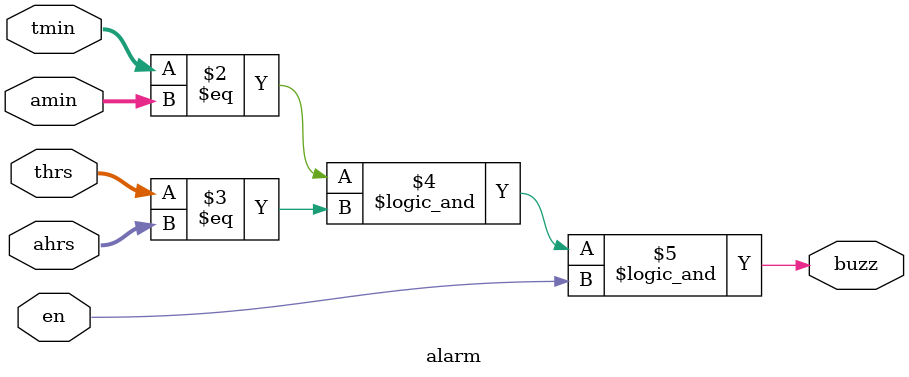
<source format=sv>
module alarm(
  input[6:0]   tmin,
               amin,
			   thrs,
			   ahrs,
  input en,						 
  output logic buzz
);

  always_comb
    buzz = tmin==amin && thrs==ahrs && en;

endmodule
</source>
